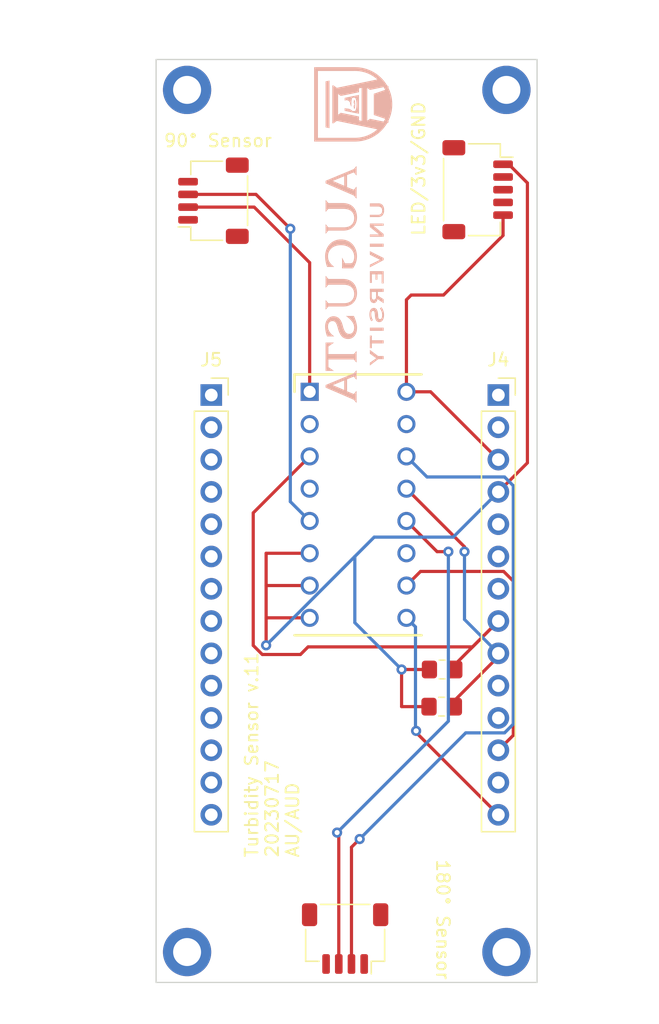
<source format=kicad_pcb>
(kicad_pcb (version 20221018) (generator pcbnew)
  (title_block (title "Turbidity Sensor PCB") (date "2023-12-19") (rev "11") (company "AU/AUD"))
  (layers (0 "F.Cu" signal) (31 "B.Cu" signal) (34 "B.Paste" user) (35 "F.Paste" user) (36 "B.SilkS" user "B.Silkscreen") (37 "F.SilkS" user "F.Silkscreen") (38 "B.Mask" user) (39 "F.Mask" user) (44 "Edge.Cuts" user))
  (net 0 "")
  (net 1 "/GND")
  (net 5 "/3.3V")
  (net 7 "Net-(J2-Pin_2)")
  (net 8 "Net-(J2-Pin_3)")
  (net 11 "Net-(J3-Pin_2)")
  (net 12 "Net-(J3-Pin_3)")
  (net 19 "/SCL")
  (net 20 "/SDA")
  (net 23 "/D8")
  (net 25 "/D6")
  (footprint "Resistor_SMD:R_0805_2012Metric_Pad1.20x1.40mm_HandSolder" (layer "F.Cu") (at 155.051 108.585 180)
    (fp_text reference "R1" hide)
    (fp_text value "5.1 kΩ" hide)
  )
  (footprint "MountingHole:MountingHole_2.2mm_M2_DIN965_Pad" (layer "F.Cu") (at 135.001 127.889)
    (fp_text reference "REF**" hide)
    (fp_text value "MountingHole_2.2mm_M2_DIN965_Pad" hide)
  )
  (footprint "Project:DIPS762W70P254L2032H510Q16N" (layer "F.Cu") (at 144.653 83.82)
    (fp_text reference "IC1" hide)
    (fp_text value "1-2199298-4" hide)
  )
  (footprint "Connector_PinSocket_2.54mm:PinSocket_1x14_P2.54mm_Vertical" (layer "F.Cu") (at 159.512 84.074)
    (fp_text reference "J4")
    (fp_text value "Conn_01x14_Pin" hide)
  )
  (footprint "MountingHole:MountingHole_2.2mm_M2_DIN965_Pad" (layer "F.Cu") (at 160.147 60.071)
    (fp_text reference "REF**" hide)
    (fp_text value "MountingHole_2.2mm_M2_DIN965_Pad" hide)
  )
  (footprint "Connector_JST:JST_SH_SM04B-SRSS-TB_1x04-1MP_P1.00mm_Horizontal" (layer "F.Cu") (at 137.0772 68.7912 90)
    (fp_text reference "J3" hide)
    (fp_text value "JST 90" hide)
  )
  (footprint "Connector_JST:JST_SH_SM05B-SRSS-TB_1x05-1MP_P1.00mm_Horizontal" (layer "F.Cu") (at 157.8818 67.9216 -90)
    (fp_text reference "J1" hide)
    (fp_text value "JST LED" hide)
  )
  (footprint "MountingHole:MountingHole_2.2mm_M2_DIN965_Pad" (layer "F.Cu") (at 135.001 60.071)
    (fp_text reference "REF**" hide)
    (fp_text value "MountingHole_2.2mm_M2_DIN965_Pad" hide)
  )
  (footprint "Connector_JST:JST_SH_SM04B-SRSS-TB_1x04-1MP_P1.00mm_Horizontal" (layer "F.Cu") (at 147.4456 126.8288 180)
    (fp_text reference "J2" hide)
    (fp_text value "JST 180")
  )
  (footprint "Resistor_SMD:R_0805_2012Metric_Pad1.20x1.40mm_HandSolder" (layer "F.Cu") (at 155.083 105.664 180)
    (fp_text reference "R2" hide)
    (fp_text value "5.1 kΩ" hide)
  )
  (footprint "Connector_PinSocket_2.54mm:PinSocket_1x14_P2.54mm_Vertical" (layer "F.Cu") (at 136.906 84.074)
    (fp_text reference "J5")
    (fp_text value "Conn_01x14_Pin" hide)
  )
  (footprint "MountingHole:MountingHole_2.2mm_M2_DIN965_Pad" (layer "F.Cu") (at 160.147 127.889)
    (fp_text reference "REF**" hide)
    (fp_text value "MountingHole_2.2mm_M2_DIN965_Pad" hide)
  )
  (gr_poly (pts (xy 146.212719 63.082488) (xy 146.212719 59.335988) (xy 145.905537 59.399488) (xy 145.905537 63.018988)) (fill solid) (layer "B.SilkS"))
  (gr_poly (pts (xy 148.123275 68.380769) (xy 148.336 68.625244) (xy 148.346319 68.625244) (xy 148.346319 67.683856) (xy 148.336 67.683856) (xy 148.123275 67.927537) (xy 147.597018 67.711637) (xy 147.597018 66.775013) (xy 148.123275 66.559112) (xy 148.336 66.802) (xy 148.346319 66.802) (xy 148.346319 66.060637) (xy 148.336 66.060637) (xy 148.123275 66.298763) (xy 147.373975 66.609696) (xy 147.373975 66.863913) (xy 147.373975 67.610038) (xy 146.484975 67.229832) (xy 147.373975 66.863913) (xy 147.373975 66.609696) (xy 145.906331 67.218718) (xy 145.906331 67.424299)) (fill solid) (layer "B.SilkS"))
  (gr_poly (pts (xy 148.123275 84.446268) (xy 148.336 84.689949) (xy 148.346319 84.689949) (xy 148.346319 83.748561) (xy 148.336 83.748561) (xy 148.123275 83.992244) (xy 147.597018 83.776342) (xy 147.597018 82.838925) (xy 148.123275 82.623025) (xy 148.336 82.866706) (xy 148.346319 82.866706) (xy 148.346319 82.127725) (xy 148.336 82.127725) (xy 148.123275 82.365851) (xy 147.373975 82.676516) (xy 147.373975 82.929413) (xy 147.373975 83.675538) (xy 146.484975 83.295331) (xy 147.373975 82.929413) (xy 147.373975 82.676516) (xy 145.906331 83.285011) (xy 145.906331 83.490592)) (fill solid) (layer "B.SilkS"))
  (gr_poly (pts (xy 150.479125 79.023371) (xy 150.479125 78.771752) (xy 149.393275 78.771752) (xy 149.393275 79.023371)) (fill solid) (layer "B.SilkS"))
  (gr_poly (pts (xy 149.54885 80.390205) (xy 149.54885 80.014761) (xy 150.479125 80.014761) (xy 150.479125 79.765524) (xy 149.54885 79.765524) (xy 149.54885 79.395638) (xy 149.3901 79.395638) (xy 149.3901 80.390205)) (fill solid) (layer "B.SilkS"))
  (gr_poly (pts (xy 148.119181 61.339774) (xy 148.120894 61.366091) (xy 148.122867 61.391276) (xy 148.12511 61.415228) (xy 148.127633 61.437845) (xy 148.130443 61.459025) (xy 148.133552 61.478669) (xy 148.136967 61.496674) (xy 148.140699 61.51294) (xy 148.144756 61.527365) (xy 148.146909 61.533856) (xy 148.149148 61.539849) (xy 148.151472 61.545331) (xy 148.153884 61.550289) (xy 148.156384 61.554712) (xy 148.158974 61.558586) (xy 148.161654 61.561899) (xy 148.164426 61.564637) (xy 148.167291 61.56679) (xy 148.17025 61.568342) (xy 148.173305 61.569283) (xy 148.176456 61.5696) (xy 148.179637 61.569138) (xy 148.182776 61.567768) (xy 148.188916 61.562383) (xy 148.194844 61.553615) (xy 148.200529 61.541633) (xy 148.20594 61.526603) (xy 148.211045 61.508697) (xy 148.215812 61.488081) (xy 148.220212 61.464924) (xy 148.224211 61.439396) (xy 148.227779 61.411664) (xy 148.233494 61.350264) (xy 148.237108 61.282075) (xy 148.238369 61.208444) (xy 148.237978 61.171032) (xy 148.236848 61.134813) (xy 148.235036 61.099953) (xy 148.232601 61.066623) (xy 148.229605 61.03499) (xy 148.226104 61.005224) (xy 148.22216 60.977492) (xy 148.21783 60.951963) (xy 148.213175 60.928807) (xy 148.208254 60.908191) (xy 148.203126 60.890284) (xy 148.19785 60.875255) (xy 148.195176 60.868872) (xy 148.192486 60.863272) (xy 148.189789 60.858476) (xy 148.187093 60.854504) (xy 148.184404 60.851378) (xy 148.18173 60.84912) (xy 148.179078 60.847749) (xy 148.176456 60.847287) (xy 148.173866 60.847604) (xy 148.171306 60.848545) (xy 148.166282 60.85225) (xy 148.1614 60.858301) (xy 148.156674 60.866598) (xy 148.152121 60.877039) (xy 148.147756 60.889522) (xy 148.143592 60.903947) (xy 148.139646 60.920213) (xy 148.135932 60.938219) (xy 148.132466 60.957862) (xy 148.126338 61.00166) (xy 148.121382 61.050796) (xy 148.117719 61.104463) (xy 148.124897 61.108427) (xy 148.131724 61.112841) (xy 148.138183 61.117681) (xy 148.144261 61.122923) (xy 148.149942 61.128543) (xy 148.155212 61.134517) (xy 148.160055 61.140821) (xy 148.164457 61.147431) (xy 148.168403 61.154323) (xy 148.171879 61.161472) (xy 148.174868 61.168856) (xy 148.177358 61.17645) (xy 148.179331 61.184229) (xy 148.180775 61.192171) (xy 148.181674 61.200251) (xy 148.182012 61.208444) (xy 148.181914 61.212553) (xy 148.181674 61.216637) (xy 148.181293 61.220693) (xy 148.180775 61.224717) (xy 148.18012 61.228706) (xy 148.179331 61.232658) (xy 148.17841 61.23657) (xy 148.177358 61.240438) (xy 148.176176 61.244259) (xy 148.174868 61.248032) (xy 148.173435 61.251751) (xy 148.171879 61.255415) (xy 148.170201 61.259021) (xy 148.168403 61.262565) (xy 148.166488 61.266045) (xy 148.164457 61.269457) (xy 148.162312 61.272798) (xy 148.160055 61.276066) (xy 148.157688 61.279258) (xy 148.155212 61.28237) (xy 148.152629 61.2854) (xy 148.149942 61.288344) (xy 148.147152 61.2912) (xy 148.144261 61.293964) (xy 148.141271 61.296634) (xy 148.138183 61.299206) (xy 148.135 61.301678) (xy 148.131724 61.304046) (xy 148.128355 61.306308) (xy 148.124897 61.308461) (xy 148.121351 61.3105) (xy 148.117719 61.312425)) (fill solid) (layer "B.SilkS"))
  (gr_poly (pts (xy 149.356706 77.792646) (xy 149.358726 77.828782) (xy 149.362097 77.864753) (xy 149.366811 77.900522) (xy 149.372857 77.936053) (xy 149.380225 77.971308) (xy 149.388905 78.006251) (xy 149.398888 78.040844) (xy 149.410163 78.07505) (xy 149.422721 78.108833) (xy 149.436551 78.142156) (xy 149.451644 78.174981) (xy 149.46799 78.207271) (xy 149.485578 78.23899) (xy 149.504399 78.2701) (xy 149.634575 78.178817) (xy 149.619617 78.152471) (xy 149.605559 78.125698) (xy 149.592406 78.098524) (xy 149.580165 78.07097) (xy 149.568843 78.043061) (xy 149.558446 78.014819) (xy 149.54898 77.986267) (xy 149.540453 77.95743) (xy 149.53287 77.928331) (xy 149.526238 77.898992) (xy 149.520564 77.869437) (xy 149.515853 77.839689) (xy 149.512113 77.809772) (xy 149.50935 77.779708) (xy 149.507571 77.749522) (xy 149.506781 77.719236) (xy 149.507017 77.697197) (xy 149.507812 77.674709) (xy 149.509298 77.65203) (xy 149.511606 77.629419) (xy 149.514867 77.607133) (xy 149.519213 77.585431) (xy 149.524775 77.56457) (xy 149.531685 77.54481) (xy 149.540074 77.526408) (xy 149.544864 77.517796) (xy 149.550073 77.509621) (xy 149.555717 77.501915) (xy 149.561814 77.49471) (xy 149.568379 77.488037) (xy 149.575428 77.48193) (xy 149.582978 77.476421) (xy 149.591047 77.471541) (xy 149.599649 77.467324) (xy 149.608801 77.463801) (xy 149.61852 77.461005) (xy 149.628823 77.458968) (xy 149.639725 77.457722) (xy 149.651243 77.457299) (xy 149.662708 77.45791) (xy 149.673453 77.459711) (xy 149.683505 77.462654) (xy 149.692891 77.466693) (xy 149.701634 77.471779) (xy 149.709761 77.477867) (xy 149.717297 77.484909) (xy 149.724269 77.492857) (xy 149.7307 77.501664) (xy 149.736618 77.511284) (xy 149.742048 77.521668) (xy 149.747014 77.532769) (xy 149.751544 77.544541) (xy 149.755662 77.556936) (xy 149.759394 77.569907) (xy 149.762765 77.583407) (xy 149.768529 77.611803) (xy 149.773159 77.641746) (xy 149.776858 77.672859) (xy 149.779831 77.704764) (xy 149.788562 77.832743) (xy 149.791888 77.87442) (xy 149.796379 77.917242) (xy 149.802288 77.96068) (xy 149.809869 78.004205) (xy 149.819376 78.047288) (xy 149.831062 78.089401) (xy 149.84518 78.130014) (xy 149.861984 78.168598) (xy 149.881727 78.204623) (xy 149.89278 78.221512) (xy 149.904663 78.237562) (xy 149.917408 78.252709) (xy 149.931046 78.266885) (xy 149.945609 78.280025) (xy 149.961128 78.292063) (xy 149.977636 78.302932) (xy 149.995164 78.312566) (xy 150.013743 78.3209) (xy 150.033406 78.327867) (xy 150.054184 78.3334) (xy 150.076108 78.337435) (xy 150.099211 78.339904) (xy 150.123525 78.340742) (xy 150.15061 78.339844) (xy 150.176517 78.337195) (xy 150.201265 78.332863) (xy 150.224876 78.326915) (xy 150.247372 78.319419) (xy 150.268771 78.310442) (xy 150.289097 78.300052) (xy 150.308369 78.288317) (xy 150.326609 78.275304) (xy 150.343837 78.261081) (xy 150.360074 78.245715) (xy 150.375342 78.229274) (xy 150.389661 78.211826) (xy 150.403052 78.193437) (xy 150.415536 78.174177) (xy 150.427134 78.154111) (xy 150.437867 78.133309) (xy 150.447756 78.111837) (xy 150.456822 78.089763) (xy 150.465085 78.067154) (xy 150.472567 78.044079) (xy 150.479289 78.020604) (xy 150.490535 77.972727) (xy 150.49899 77.924065) (xy 150.504822 77.875157) (xy 150.508199 77.826545) (xy 150.509287 77.778768) (xy 150.509207 77.737246) (xy 150.507385 77.695893) (xy 150.50384 77.654762) (xy 150.498586 77.613904) (xy 150.491642 77.57337) (xy 150.483024 77.533212) (xy 150.472749 77.493481) (xy 150.460834 77.454228) (xy 150.447294 77.415506) (xy 150.432148 77.377365) (xy 150.415412 77.339857) (xy 150.397103 77.303034) (xy 150.377237 77.266946) (xy 150.355831 77.231645) (xy 150.332903 77.197183) (xy 150.308469 77.163611) (xy 150.180675 77.26918) (xy 150.201832 77.296214) (xy 150.221736 77.324043) (xy 150.240373 77.352624) (xy 150.257725 77.381912) (xy 150.273778 77.411863) (xy 150.288515 77.442433) (xy 150.301921 77.473578) (xy 150.31398 77.505252) (xy 150.324676 77.537412) (xy 150.333994 77.570014) (xy 150.341916 77.603013) (xy 150.348429 77.636365) (xy 150.353516 77.670026) (xy 150.357161 77.703951) (xy 150.359348 77.738096) (xy 150.360063 77.772417) (xy 150.359619 77.806698) (xy 150.358227 77.839796) (xy 150.355793 77.871568) (xy 150.352224 77.901872) (xy 150.347428 77.930568) (xy 150.34131 77.957512) (xy 150.333779 77.982564) (xy 150.32474 78.005581) (xy 150.314102 78.026421) (xy 150.308154 78.03598) (xy 150.301771 78.044942) (xy 150.294942 78.053289) (xy 150.287654 78.061004) (xy 150.279897 78.068067) (xy 150.271658 78.074463) (xy 150.262927 78.080172) (xy 150.253691 78.085178) (xy 150.243938 78.089462) (xy 150.233658 78.093007) (xy 150.222838 78.095795) (xy 150.211467 78.097809) (xy 150.199533 78.09903) (xy 150.187025 78.099441) (xy 150.174619 78.09894) (xy 150.162982 78.097458) (xy 150.152089 78.09503) (xy 150.141913 78.091688) (xy 150.132428 78.087467) (xy 150.123608 78.0824) (xy 150.115428 78.07652) (xy 150.107861 78.069861) (xy 150.100881 78.062458) (xy 150.094462 78.054342) (xy 150.088578 78.045548) (xy 150.083203 78.03611) (xy 150.078312 78.026061) (xy 150.073877 78.015434) (xy 150.069874 78.004263) (xy 150.066276 77.992583) (xy 150.063056 77.980425) (xy 150.06019 77.967824) (xy 150.057651 77.954814) (xy 150.055413 77.941428) (xy 150.051735 77.913661) (xy 150.04895 77.884794) (xy 150.046847 77.855094) (xy 150.045221 77.82483) (xy 150.042562 77.763685) (xy 150.039971 77.720543) (xy 150.035933 77.67576) (xy 150.030249 77.629947) (xy 150.022718 77.583715) (xy 150.013142 77.537673) (xy 150.001318 77.492432) (xy 149.987049 77.448603) (xy 149.970133 77.406796) (xy 149.95037 77.367621) (xy 149.939359 77.349211) (xy 149.927561 77.331689) (xy 149.914952 77.31513) (xy 149.901506 77.29961) (xy 149.887199 77.285206) (xy 149.872005 77.271995) (xy 149.8559 77.260052) (xy 149.838858 77.249454) (xy 149.820854 77.240277) (xy 149.801864 77.232597) (xy 149.781862 77.226492) (xy 149.760824 77.222036) (xy 149.738724 77.219307) (xy 149.715537 77.21838) (xy 149.690624 77.219152) (xy 149.666772 77.221432) (xy 149.643964 77.225166) (xy 149.622182 77.230298) (xy 149.601407 77.236775) (xy 149.581623 77.244541) (xy 149.562812 77.253542) (xy 149.544955 77.263723) (xy 149.528036 77.275029) (xy 149.512036 77.287407) (xy 149.496938 77.3008) (xy 149.482724 77.315156) (xy 149.469376 77.330418) (xy 149.456876 77.346532) (xy 149.445207 77.363444) (xy 149.434351 77.381099) (xy 149.424291 77.399442) (xy 149.415008 77.418419) (xy 149.406485 77.437975) (xy 149.398704 77.458056) (xy 149.391647 77.478606) (xy 149.385297 77.499571) (xy 149.379636 77.520897) (xy 149.374647 77.542528) (xy 149.366609 77.58649) (xy 149.361044 77.631019) (xy 149.357809 77.675678) (xy 149.356762 77.72003) (xy 149.356048 77.756384)) (fill solid) (layer "B.SilkS"))
  (gr_poly (pts (xy 150.038593 69.24675) (xy 150.072036 69.247856) (xy 150.1044 69.251201) (xy 150.135536 69.256833) (xy 150.150597 69.26052) (xy 150.165296 69.264796) (xy 150.179613 69.269666) (xy 150.19353 69.275135) (xy 150.207028 69.28121) (xy 150.220089 69.287897) (xy 150.232695 69.2952) (xy 150.244826 69.303125) (xy 150.256464 69.311679) (xy 150.26759 69.320867) (xy 150.278187 69.330694) (xy 150.288234 69.341166) (xy 150.297714 69.352289) (xy 150.306608 69.364068) (xy 150.314898 69.37651) (xy 150.322564 69.38962) (xy 150.329588 69.403403) (xy 150.335952 69.417865) (xy 150.341637 69.433012) (xy 150.346624 69.44885) (xy 150.350896 69.465383) (xy 150.354432 69.482619) (xy 150.357215 69.500562) (xy 150.359225 69.519219) (xy 150.360445 69.538594) (xy 150.360856 69.558693) (xy 150.360452 69.581164) (xy 150.35925 69.602743) (xy 150.357267 69.623444) (xy 150.35452 69.643277) (xy 150.351025 69.662255) (xy 150.346797 69.680388) (xy 150.341854 69.697689) (xy 150.336213 69.714169) (xy 150.329889 69.72984) (xy 150.322898 69.744713) (xy 150.315258 69.7588) (xy 150.306985 69.772113) (xy 150.298095 69.784662) (xy 150.288605 69.796461) (xy 150.27853 69.807521) (xy 150.267888 69.817852) (xy 150.256695 69.827468) (xy 150.244967 69.836378) (xy 150.232721 69.844596) (xy 150.219973 69.852132) (xy 150.20674 69.858999) (xy 150.193038 69.865207) (xy 150.178883 69.870769) (xy 150.164292 69.875697) (xy 150.149281 69.880001) (xy 150.133867 69.883693) (xy 150.101894 69.88929) (xy 150.068505 69.892579) (xy 150.033831 69.893655) (xy 149.393275 69.893655) (xy 149.393275 70.074631) (xy 150.055262 70.074631) (xy 150.07805 70.075619) (xy 150.100733 70.075344) (xy 150.123263 70.073826) (xy 150.145593 70.071083) (xy 150.167676 70.067132) (xy 150.189464 70.061992) (xy 150.21091 70.055681) (xy 150.231967 70.048218) (xy 150.252586 70.039621) (xy 150.272721 70.029907) (xy 150.292324 70.019097) (xy 150.311347 70.007206) (xy 150.329744 69.994255) (xy 150.347466 69.980261) (xy 150.364467 69.965243) (xy 150.380699 69.949219) (xy 150.398219 69.927389) (xy 150.41459 69.904829) (xy 150.429799 69.881586) (xy 150.443828 69.857705) (xy 150.456665 69.833232) (xy 150.468294 69.808213) (xy 150.478699 69.782693) (xy 150.487867 69.756718) (xy 150.495781 69.730335) (xy 150.502428 69.703589) (xy 150.507792 69.676526) (xy 150.511857 69.649192) (xy 150.514611 69.621631) (xy 150.516036 69.593892) (xy 150.516119 69.566018) (xy 150.514844 69.538056) (xy 150.516298 69.509973) (xy 150.516455 69.481958) (xy 150.515326 69.454055) (xy 150.512924 69.426304) (xy 150.509262 69.398749) (xy 150.504353 69.371431) (xy 150.498209 69.344392) (xy 150.490843 69.317674) (xy 150.482267 69.291319) (xy 150.472495 69.26537) (xy 150.461538 69.239869) (xy 150.449409 69.214857) (xy 150.436121 69.190376) (xy 150.421687 69.166469) (xy 150.40612 69.143178) (xy 150.389431 69.120544) (xy 150.373094 69.103743) (xy 150.355892 69.088052) (xy 150.337882 69.073492) (xy 150.319119 69.060083) (xy 150.299662 69.047848) (xy 150.279567 69.036806) (xy 150.258891 69.02698) (xy 150.237691 69.01839) (xy 150.216024 69.011058) (xy 150.193946 69.005004) (xy 150.171516 69.00025) (xy 150.148789 68.996817) (xy 150.125823 68.994727) (xy 150.102674 68.993999) (xy 150.079399 68.994656) (xy 150.056056 68.996719) (xy 149.393275 68.996719) (xy 149.393275 69.24675)) (fill solid) (layer "B.SilkS"))
  (gr_poly (pts (xy 150.479125 72.416987) (xy 150.479125 72.165369) (xy 149.393275 72.165369) (xy 149.393275 72.416987)) (fill solid) (layer "B.SilkS"))
  (gr_poly (pts (xy 145.87023 73.218805) (xy 145.872594 73.272035) (xy 145.876114 73.325163) (xy 145.880784 73.378172) (xy 145.886603 73.431041) (xy 145.893567 73.483753) (xy 145.901672 73.536289) (xy 145.910914 73.58863) (xy 145.921291 73.640759) (xy 145.932798 73.692656) (xy 145.945433 73.744302) (xy 145.959192 73.795681) (xy 145.97407 73.846772) (xy 145.990066 73.897557) (xy 146.007175 73.948018) (xy 146.025394 73.998136) (xy 146.025394 73.998137) (xy 146.581019 73.998137) (xy 146.581019 73.987818) (xy 146.509524 73.931369) (xy 146.445128 73.875708) (xy 146.387487 73.820803) (xy 146.336258 73.766622) (xy 146.291099 73.713134) (xy 146.251667 73.660307) (xy 146.217617 73.608111) (xy 146.188608 73.556514) (xy 146.164297 73.505484) (xy 146.14434 73.45499) (xy 146.128394 73.405) (xy 146.116117 73.355484) (xy 146.107165 73.30641) (xy 146.101195 73.257746) (xy 146.097865 73.209461) (xy 146.096831 73.161524) (xy 146.098049 73.112997) (xy 146.101671 73.065517) (xy 146.107651 73.019115) (xy 146.115942 72.973825) (xy 146.126497 72.929678) (xy 146.13927 72.886707) (xy 146.154214 72.844945) (xy 146.171282 72.804423) (xy 146.190429 72.765175) (xy 146.211606 72.727232) (xy 146.234768 72.690627) (xy 146.259868 72.655392) (xy 146.286859 72.62156) (xy 146.315694 72.589164) (xy 146.346327 72.558235) (xy 146.378712 72.528806) (xy 146.412801 72.50091) (xy 146.448547 72.474578) (xy 146.485906 72.449844) (xy 146.524828 72.426739) (xy 146.565269 72.405297) (xy 146.607181 72.385549) (xy 146.650517 72.367528) (xy 146.695232 72.351266) (xy 146.741278 72.336797) (xy 146.788608 72.324151) (xy 146.837177 72.313362) (xy 146.886936 72.304462) (xy 146.937841 72.297483) (xy 146.989843 72.292458) (xy 147.042897 72.289419) (xy 147.096956 72.288399) (xy 147.1422 72.288399) (xy 147.198194 72.289553) (xy 147.25304 72.292982) (xy 147.306697 72.298635) (xy 147.359123 72.306461) (xy 147.410277 72.31641) (xy 147.460118 72.328431) (xy 147.508604 72.342473) (xy 147.555694 72.358485) (xy 147.601347 72.376416) (xy 147.645522 72.396217) (xy 147.688177 72.417836) (xy 147.729271 72.441222) (xy 147.768763 72.466325) (xy 147.806611 72.493094) (xy 147.842775 72.521479) (xy 147.877212 72.551428) (xy 147.909883 72.582891) (xy 147.940744 72.615817) (xy 147.969756 72.650155) (xy 147.996876 72.685855) (xy 148.022064 72.722866) (xy 148.045279 72.761138) (xy 148.066478 72.800619) (xy 148.085621 72.841258) (xy 148.102667 72.883006) (xy 148.117574 72.925811) (xy 148.1303 72.969623) (xy 148.140806 73.01439) (xy 148.149048 73.060063) (xy 148.154987 73.10659) (xy 148.15858 73.153921) (xy 148.159787 73.202005) (xy 148.159924 73.224705) (xy 148.159449 73.247371) (xy 148.158365 73.269991) (xy 148.156674 73.292554) (xy 148.154379 73.315048) (xy 148.151483 73.337459) (xy 148.147986 73.359777) (xy 148.143893 73.381989) (xy 148.139205 73.404083) (xy 148.133925 73.426047) (xy 148.128054 73.447869) (xy 148.121596 73.469538) (xy 148.114553 73.49104) (xy 148.106928 73.512364) (xy 148.098721 73.533498) (xy 148.089937 73.55443) (xy 148.080496 73.575703) (xy 148.075595 73.585673) (xy 148.070555 73.595208) (xy 148.065363 73.604314) (xy 148.060005 73.612998) (xy 148.054468 73.621268) (xy 148.048737 73.62913) (xy 148.042799 73.63659) (xy 148.03664 73.643656) (xy 148.030247 73.650335) (xy 148.023606 73.656633) (xy 148.016704 73.662558) (xy 148.009526 73.668115) (xy 148.00206 73.673312) (xy 147.99429 73.678156) (xy 147.986205 73.682654) (xy 147.977789 73.686811) (xy 147.96903 73.690636) (xy 147.959914 73.694135) (xy 147.950427 73.697315) (xy 147.940555 73.700182) (xy 147.930285 73.702744) (xy 147.919603 73.705007) (xy 147.908496 73.706979) (xy 147.896949 73.708665) (xy 147.88495 73.710073) (xy 147.872484 73.71121) (xy 147.846097 73.712697) (xy 147.817681 73.71318) (xy 147.433506 73.71318) (xy 147.213637 73.270268) (xy 147.203319 73.270268) (xy 147.203319 74.110055) (xy 148.060569 74.110055) (xy 148.097193 74.058684) (xy 148.131688 74.006062) (xy 148.164029 73.952257) (xy 148.194193 73.897337) (xy 148.222158 73.841369) (xy 148.247901 73.784419) (xy 148.271399 73.726557) (xy 148.292629 73.667848) (xy 148.311568 73.608361) (xy 148.328193 73.548163) (xy 148.342481 73.48732) (xy 148.354409 73.425902) (xy 148.363955 73.363974) (xy 148.371096 73.301605) (xy 148.375808 73.238862) (xy 148.378069 73.175813) (xy 148.376715 73.108481) (xy 148.372671 73.041836) (xy 148.365964 72.975972) (xy 148.356619 72.910983) (xy 148.344662 72.846967) (xy 148.33012 72.784017) (xy 148.313019 72.722229) (xy 148.293385 72.661697) (xy 148.271245 72.602519) (xy 148.246623 72.544787) (xy 148.219547 72.488598) (xy 148.190043 72.434048) (xy 148.158136 72.38123) (xy 148.123854 72.33024) (xy 148.087221 72.281174) (xy 148.048265 72.234126) (xy 148.007012 72.189192) (xy 147.963487 72.146468) (xy 147.917717 72.106047) (xy 147.869727 72.068026) (xy 147.819545 72.0325) (xy 147.767196 71.999563) (xy 147.712707 71.969311) (xy 147.656103 71.94184) (xy 147.597411 71.917244) (xy 147.536657 71.895618) (xy 147.473867 71.877059) (xy 147.409067 71.86166) (xy 147.342284 71.849518) (xy 147.273543 71.840727) (xy 147.202871 71.835382) (xy 147.130293 71.83358) (xy 147.099337 71.83358) (xy 147.029534 71.835402) (xy 146.961385 71.840803) (xy 146.894929 71.84968) (xy 146.830202 71.861933) (xy 146.76724 71.877461) (xy 146.70608 71.896163) (xy 146.64676 71.917937) (xy 146.589316 71.942683) (xy 146.533784 71.9703) (xy 146.480202 72.000687) (xy 146.428606 72.033742) (xy 146.379032 72.069365) (xy 146.331519 72.107455) (xy 146.286102 72.147911) (xy 146.242819 72.190631) (xy 146.201705 72.235515) (xy 146.162799 72.282461) (xy 146.126136 72.33137) (xy 146.091753 72.382138) (xy 146.059688 72.434667) (xy 146.029976 72.488854) (xy 146.002655 72.544599) (xy 145.977762 72.6018) (xy 145.955333 72.660357) (xy 145.935405 72.720168) (xy 145.918014 72.781133) (xy 145.903198 72.843151) (xy 145.890994 72.90612) (xy 145.881438 72.969939) (xy 145.874566 73.034509) (xy 145.870416 73.099726) (xy 145.869025 73.165491)) (fill solid) (layer "B.SilkS"))
  (gr_poly (pts (xy 150.10765 71.441467) (xy 149.393275 71.441467) (xy 149.393275 71.622443) (xy 150.479125 71.622443) (xy 150.479125 71.407338) (xy 149.685375 70.762018) (xy 150.479125 70.762018) (xy 150.479125 70.581043) (xy 149.393275 70.581043) (xy 149.393275 70.861237)) (fill solid) (layer "B.SilkS"))
  (gr_poly (pts (xy 145.870051 78.741956) (xy 145.872954 78.791443) (xy 145.876937 78.84082) (xy 145.881997 78.890068) (xy 145.88813 78.93917) (xy 145.895332 78.988109) (xy 145.903601 79.036868) (xy 145.912931 79.085428) (xy 145.92332 79.133774) (xy 145.934765 79.181886) (xy 145.947261 79.229748) (xy 145.960805 79.277342) (xy 145.975394 79.324651) (xy 145.991024 79.371658) (xy 146.007692 79.418344) (xy 146.025394 79.464694) (xy 146.581019 79.464694) (xy 146.581019 79.454373) (xy 146.525613 79.414422) (xy 146.473159 79.373184) (xy 146.423741 79.330714) (xy 146.377447 79.287065) (xy 146.334361 79.242291) (xy 146.294571 79.196445) (xy 146.258162 79.14958) (xy 146.22522 79.10175) (xy 146.195832 79.053008) (xy 146.170082 79.003409) (xy 146.148059 78.953004) (xy 146.138471 78.927517) (xy 146.129846 78.901849) (xy 146.122196 78.876007) (xy 146.115531 78.849996) (xy 146.109862 78.823825) (xy 146.1052 78.797499) (xy 146.101555 78.771026) (xy 146.098938 78.744412) (xy 146.09736 78.717663) (xy 146.096831 78.690787) (xy 146.097396 78.660704) (xy 146.09906 78.631906) (xy 146.101778 78.604371) (xy 146.105507 78.578079) (xy 146.1102 78.553006) (xy 146.115814 78.529133) (xy 146.122303 78.506436) (xy 146.129623 78.484895) (xy 146.137729 78.464487) (xy 146.146576 78.445192) (xy 146.15612 78.426986) (xy 146.166315 78.40985) (xy 146.177118 78.39376) (xy 146.188482 78.378696) (xy 146.200364 78.364636) (xy 146.212719 78.351557) (xy 146.225501 78.33944) (xy 146.238667 78.32826) (xy 146.252171 78.317998) (xy 146.265968 78.308632) (xy 146.294265 78.292498) (xy 146.323199 78.279686) (xy 146.352412 78.270023) (xy 146.381546 78.263336) (xy 146.410242 78.25945) (xy 146.438144 78.258193) (xy 146.455606 78.258193) (xy 146.477489 78.258834) (xy 146.498507 78.260745) (xy 146.518691 78.263905) (xy 146.538068 78.268297) (xy 146.556668 78.2739) (xy 146.574519 78.280697) (xy 146.591651 78.288668) (xy 146.608093 78.297794) (xy 146.623873 78.308056) (xy 146.63902 78.319435) (xy 146.653564 78.331911) (xy 146.667533 78.345467) (xy 146.680956 78.360082) (xy 146.693862 78.375739) (xy 146.706279 78.392417) (xy 146.718238 78.410097) (xy 146.729767 78.428761) (xy 146.740894 78.44839) (xy 146.751649 78.468965) (xy 146.76206 78.490466) (xy 146.781969 78.536171) (xy 146.80085 78.585354) (xy 146.818936 78.637863) (xy 146.836459 78.693545) (xy 146.853649 78.752247) (xy 146.870737 78.813818) (xy 146.8985 78.912976) (xy 146.928346 79.006486) (xy 146.960481 79.094246) (xy 146.995108 79.176152) (xy 147.032433 79.252099) (xy 147.07266 79.321986) (xy 147.115994 79.385707) (xy 147.162639 79.443161) (xy 147.187267 79.469505) (xy 147.2128 79.494243) (xy 147.239263 79.517362) (xy 147.266682 79.538849) (xy 147.295082 79.558692) (xy 147.32449 79.576877) (xy 147.354929 79.593392) (xy 147.386427 79.608223) (xy 147.419008 79.621358) (xy 147.452699 79.632784) (xy 147.487524 79.642487) (xy 147.52351 79.650455) (xy 147.560682 79.656674) (xy 147.599065 79.661133) (xy 147.638686 79.663818) (xy 147.679569 79.664716) (xy 147.701 79.664716) (xy 147.734875 79.663787) (xy 147.768453 79.661008) (xy 147.801683 79.656388) (xy 147.834513 79.649937) (xy 147.866892 79.641664) (xy 147.89877 79.63158) (xy 147.930095 79.619694) (xy 147.960817 79.606016) (xy 147.990884 79.590555) (xy 148.020245 79.573322) (xy 148.04885 79.554325) (xy 148.076647 79.533576) (xy 148.103585 79.511082) (xy 148.129614 79.486856) (xy 148.154682 79.460905) (xy 148.178738 79.43324) (xy 148.201732 79.40387) (xy 148.223612 79.372805) (xy 148.244327 79.340056) (xy 148.263826 79.305631) (xy 148.282058 79.26954) (xy 148.298973 79.231794) (xy 148.314519 79.192401) (xy 148.328645 79.151372) (xy 148.341301 79.108717) (xy 148.352434 79.064445) (xy 148.361994 79.018565) (xy 148.369931 78.971088) (xy 148.376193 78.922023) (xy 148.380729 78.87138) (xy 148.383488 78.81917) (xy 148.384419 78.7654) (xy 148.382937 78.710352) (xy 148.378628 78.653999) (xy 148.371699 78.596563) (xy 148.362355 78.538264) (xy 148.350801 78.479323) (xy 148.337245 78.419961) (xy 148.32189 78.360399) (xy 148.304944 78.300858) (xy 148.2671 78.182723) (xy 148.225359 78.067322) (xy 148.181366 77.956423) (xy 148.136769 77.851793) (xy 147.520819 77.851793) (xy 147.520819 77.862113) (xy 147.591652 77.915066) (xy 147.659088 77.968023) (xy 147.722963 78.021082) (xy 147.783116 78.074341) (xy 147.839385 78.127899) (xy 147.89161 78.181851) (xy 147.939628 78.236297) (xy 147.983277 78.291333) (xy 148.022397 78.347058) (xy 148.056825 78.403569) (xy 148.086399 78.460963) (xy 148.099316 78.490022) (xy 148.110959 78.519339) (xy 148.121308 78.548925) (xy 148.130343 78.578793) (xy 148.138043 78.608956) (xy 148.144388 78.639425) (xy 148.149359 78.670212) (xy 148.152934 78.701331) (xy 148.155094 78.732792) (xy 148.155819 78.764608) (xy 148.155323 78.794871) (xy 148.153853 78.824193) (xy 148.151433 78.852574) (xy 148.14809 78.88001) (xy 148.143849 78.906502) (xy 148.138735 78.932048) (xy 148.132774 78.956647) (xy 148.125991 78.980297) (xy 148.118411 79.002997) (xy 148.110061 79.024746) (xy 148.100964 79.045542) (xy 148.091148 79.065384) (xy 148.080637 79.084272) (xy 148.069457 79.102202) (xy 148.057632 79.119175) (xy 148.04519 79.135189) (xy 148.032154 79.150242) (xy 148.018551 79.164334) (xy 148.004405 79.177463) (xy 147.989743 79.189627) (xy 147.97459 79.200826) (xy 147.958971 79.211058) (xy 147.942912 79.220321) (xy 147.926437 79.228615) (xy 147.909573 79.235938) (xy 147.892345 79.242289) (xy 147.874779 79.247667) (xy 147.856899 79.25207) (xy 147.838731 79.255496) (xy 147.820301 79.257945) (xy 147.782756 79.259906) (xy 147.765293 79.259906) (xy 147.737702 79.259064) (xy 147.711163 79.25656) (xy 147.685646 79.252432) (xy 147.661121 79.246716) (xy 147.637558 79.23945) (xy 147.614924 79.230668) (xy 147.59319 79.220409) (xy 147.572325 79.208709) (xy 147.552299 79.195605) (xy 147.53308 79.181132) (xy 147.514638 79.165328) (xy 147.496942 79.148229) (xy 147.479962 79.129873) (xy 147.463667 79.110294) (xy 147.448027 79.089531) (xy 147.43301 79.06762) (xy 147.418586 79.044598) (xy 147.404724 79.0205) (xy 147.391394 78.995364) (xy 147.378565 78.969226) (xy 147.354287 78.914092) (xy 147.331645 78.855391) (xy 147.310394 78.793416) (xy 147.290288 78.728459) (xy 147.271082 78.660815) (xy 147.252531 78.590775) (xy 147.228342 78.505707) (xy 147.201598 78.42585) (xy 147.172272 78.351241) (xy 147.140339 78.281919) (xy 147.105774 78.217923) (xy 147.068552 78.15929) (xy 147.028645 78.106059) (xy 146.986029 78.058268) (xy 146.963698 78.036425) (xy 146.940679 78.015956) (xy 146.91697 77.996867) (xy 146.892568 77.979161) (xy 146.86747 77.962845) (xy 146.841672 77.947922) (xy 146.815171 77.934398) (xy 146.787964 77.922276) (xy 146.760048 77.911563) (xy 146.731419 77.902263) (xy 146.702075 77.894381) (xy 146.672011 77.88792) (xy 146.641226 77.882887) (xy 146.609716 77.879287) (xy 146.577477 77.877123) (xy 146.544506 77.8764) (xy 146.5199 77.8764) (xy 146.488001 77.877326) (xy 146.456335 77.880088) (xy 146.424952 77.884659) (xy 146.393904 77.891016) (xy 146.363243 77.899134) (xy 146.333018 77.908987) (xy 146.303282 77.92055) (xy 146.274085 77.933798) (xy 146.245479 77.948707) (xy 146.217515 77.965251) (xy 146.190244 77.983406) (xy 146.163717 78.003146) (xy 146.137985 78.024446) (xy 146.1131 78.047282) (xy 146.089112 78.071628) (xy 146.066073 78.09746) (xy 146.044034 78.124752) (xy 146.023046 78.153479) (xy 146.003161 78.183616) (xy 145.984429 78.215139) (xy 145.966901 78.248023) (xy 145.950629 78.282241) (xy 145.935664 78.317771) (xy 145.922057 78.354585) (xy 145.90986 78.39266) (xy 145.899122 78.43197) (xy 145.889896 78.472491) (xy 145.882233 78.514197) (xy 145.876184 78.557064) (xy 145.8718 78.601065) (xy 145.869132 78.646178) (xy 145.868231 78.692375)) (fill solid) (layer "B.SilkS"))
  (gr_poly (pts (xy 148.230431 64.134206) (xy 148.329954 64.132563) (xy 148.428917 64.127573) (xy 148.52725 64.11928) (xy 148.624883 64.107723) (xy 148.721746 64.092943) (xy 148.81777 64.074983) (xy 148.912885 64.053882) (xy 149.00702 64.029682) (xy 149.100107 64.002425) (xy 149.192075 63.97215) (xy 149.282854 63.9389) (xy 149.372376 63.902716) (xy 149.460569 63.863638) (xy 149.547364 63.821708) (xy 149.632692 63.776966) (xy 149.716482 63.729455) (xy 149.798665 63.679214) (xy 149.879171 63.626286) (xy 149.95793 63.57071) (xy 150.034872 63.512529) (xy 150.109927 63.451784) (xy 150.183027 63.388515) (xy 150.2541 63.322764) (xy 150.323078 63.254571) (xy 150.389889 63.183979) (xy 150.454466 63.111027) (xy 150.516737 63.035758) (xy 150.576632 62.958212) (xy 150.634083 62.87843) (xy 150.68902 62.796454) (xy 150.741371 62.712324) (xy 150.791069 62.626082) (xy 150.820438 62.572106) (xy 150.8995 62.410153) (xy 150.968021 62.244778) (xy 151.026 62.07647) (xy 151.073438 61.905718) (xy 151.110334 61.733011) (xy 151.136688 61.558838) (xy 151.1525 61.383687) (xy 151.157771 61.208047) (xy 151.1525 61.032407) (xy 151.136688 60.857256) (xy 151.110334 60.683083) (xy 151.073438 60.510376) (xy 151.026 60.339624) (xy 150.968021 60.171316) (xy 150.8995 60.005941) (xy 150.820438 59.843988) (xy 150.791069 59.790013) (xy 150.791028 59.789941) (xy 150.790989 59.789869) (xy 150.68893 59.619503) (xy 150.576534 59.457751) (xy 150.479919 59.33691) (xy 150.479919 59.854307) (xy 150.495633 59.880587) (xy 150.511024 59.907041) (xy 150.526093 59.933669) (xy 150.540839 59.960471) (xy 150.555263 59.987446) (xy 150.569365 60.014595) (xy 150.583143 60.041917) (xy 150.5966 60.069413) (xy 149.702044 60.372625) (xy 149.702044 62.04585) (xy 150.5966 62.347475) (xy 150.5966 62.348269) (xy 150.583131 62.375951) (xy 150.569315 62.403435) (xy 150.555151 62.43072) (xy 150.54064 62.457807) (xy 150.525782 62.484695) (xy 150.510577 62.511385) (xy 150.495024 62.537876) (xy 150.479125 62.564169) (xy 149.395656 62.342713) (xy 149.190868 62.4967) (xy 149.190868 59.921775) (xy 149.395656 60.075763) (xy 150.479919 59.854307) (xy 150.479919 59.33691) (xy 150.454359 59.304942) (xy 150.322965 59.161405) (xy 150.182909 59.02747) (xy 150.034751 58.903463) (xy 149.879048 58.789716) (xy 149.716361 58.686556) (xy 149.547246 58.594312) (xy 149.372264 58.513314) (xy 149.191973 58.44389) (xy 149.006931 58.386368) (xy 148.817697 58.341078) (xy 148.62483 58.308349) (xy 148.428888 58.288509) (xy 148.230431 58.281888) (xy 145.303081 58.281888) (xy 145.303081 58.582719) (xy 148.229637 58.582719) (xy 148.350107 58.585394) (xy 148.469879 58.593564) (xy 148.588778 58.607164) (xy 148.706631 58.626127) (xy 148.823263 58.650387) (xy 148.9385 58.679877) (xy 149.052168 58.714532) (xy 149.164094 58.754284) (xy 149.274104 58.799069) (xy 149.382022 58.848819) (xy 149.487676 58.903468) (xy 149.590891 58.96295) (xy 149.691494 59.027198) (xy 149.78931 59.096148) (xy 149.884166 59.169731) (xy 149.975887 59.247882) (xy 148.741606 59.503781) (xy 148.741606 59.909869) (xy 148.741606 62.507813) (xy 148.535231 62.465744) (xy 148.535231 62.161738) (xy 147.099337 61.869638) (xy 146.891375 62.024419) (xy 146.891375 60.393263) (xy 147.09775 60.548838) (xy 148.535231 60.255944) (xy 148.535231 59.951938) (xy 148.741606 59.909869) (xy 148.741606 59.503781) (xy 146.790569 59.908282) (xy 146.541331 59.720163) (xy 146.438937 59.720163) (xy 146.438937 62.698313) (xy 146.541331 62.698313) (xy 146.790569 62.510194) (xy 149.976712 63.172947) (xy 149.884993 63.251099) (xy 149.790138 63.324684) (xy 149.692323 63.393635) (xy 149.591721 63.457885) (xy 149.488506 63.517369) (xy 149.382852 63.57202) (xy 149.274933 63.621771) (xy 149.164923 63.666557) (xy 149.052995 63.706312) (xy 148.939325 63.740968) (xy 148.824085 63.77046) (xy 148.707449 63.794722) (xy 148.589592 63.813687) (xy 148.470687 63.827289) (xy 148.350909 63.835461) (xy 148.230431 63.838138) (xy 145.303081 63.838138) (xy 145.303081 58.582719) (xy 145.303081 58.281888) (xy 145.00225 58.281888) (xy 145.00225 64.134206)) (fill solid) (layer "B.SilkS"))
  (gr_poly (pts (xy 149.393651 76.376507) (xy 149.394797 76.416783) (xy 149.396739 76.454329) (xy 149.399501 76.489296) (xy 149.403109 76.521836) (xy 149.40759 76.552099) (xy 149.412969 76.580236) (xy 149.41927 76.606399) (xy 149.42652 76.630739) (xy 149.434745 76.653407) (xy 149.44397 76.674555) (xy 149.45422 76.694332) (xy 149.465521 76.712891) (xy 149.477899 76.730383) (xy 149.491379 76.746958) (xy 149.505987 76.762769) (xy 149.517041 76.772458) (xy 149.528506 76.781558) (xy 149.540357 76.79006) (xy 149.552571 76.797956) (xy 149.565123 76.805237) (xy 149.577991 76.811893) (xy 149.591149 76.817915) (xy 149.604574 76.823296) (xy 149.618242 76.828025) (xy 149.632129 76.832094) (xy 149.646211 76.835494) (xy 149.660464 76.838215) (xy 149.674865 76.84025) (xy 149.689389 76.841589) (xy 149.704013 76.842223) (xy 149.718712 76.842144) (xy 149.730792 76.841307) (xy 149.742763 76.839876) (xy 149.754604 76.837862) (xy 149.766297 76.835273) (xy 149.77782 76.832119) (xy 149.789156 76.828408) (xy 149.800282 76.824151) (xy 149.811181 76.819357) (xy 149.821832 76.814034) (xy 149.832215 76.808193) (xy 149.84231 76.801842) (xy 149.852098 76.79499) (xy 149.861559 76.787648) (xy 149.870673 76.779824) (xy 149.87942 76.771528) (xy 149.887781 76.762769) (xy 149.898402 76.750109) (xy 149.908469 76.737066) (xy 149.917976 76.723659) (xy 149.926914 76.709906) (xy 149.935276 76.695825) (xy 149.943054 76.681436) (xy 149.95024 76.666756) (xy 149.956826 76.651804) (xy 149.962805 76.6366) (xy 149.968168 76.621161) (xy 149.972909 76.605506) (xy 149.977019 76.589654) (xy 149.980491 76.573623) (xy 149.983317 76.557432) (xy 149.985489 76.541099) (xy 149.986999 76.524644) (xy 150.479125 76.855638) (xy 150.479125 76.538137) (xy 150.0251 76.251593) (xy 150.0251 75.963462) (xy 150.479125 75.963462) (xy 150.479125 75.711843) (xy 149.539325 75.713904) (xy 149.539325 75.965842) (xy 149.881431 75.965842) (xy 149.881431 76.33335) (xy 149.880745 76.35813) (xy 149.878692 76.382095) (xy 149.875283 76.405138) (xy 149.870529 76.427148) (xy 149.864441 76.44802) (xy 149.857028 76.467643) (xy 149.848301 76.485911) (xy 149.838271 76.502715) (xy 149.83277 76.510535) (xy 149.826948 76.517948) (xy 149.820805 76.52494) (xy 149.814342 76.5315) (xy 149.807562 76.537612) (xy 149.800465 76.543263) (xy 149.793052 76.548441) (xy 149.785325 76.553131) (xy 149.777286 76.55732) (xy 149.768935 76.560994) (xy 149.760274 76.56414) (xy 149.751304 76.566744) (xy 149.742027 76.568793) (xy 149.732443 76.570273) (xy 149.722555 76.571171) (xy 149.712362 76.571474) (xy 149.698737 76.571109) (xy 149.685828 76.570028) (xy 149.673616 76.568249) (xy 149.662083 76.565789) (xy 149.651211 76.562667) (xy 149.640981 76.558901) (xy 149.631373 76.554509) (xy 149.622371 76.549509) (xy 149.613954 76.54392) (xy 149.606105 76.53776) (xy 149.598805 76.531046) (xy 149.592035 76.523798) (xy 149.585776 76.516032) (xy 149.580011 76.507768) (xy 149.57472 76.499024) (xy 149.569884 76.489817) (xy 149.565486 76.480166) (xy 149.561506 76.470089) (xy 149.557927 76.459604) (xy 149.554729 76.448729) (xy 149.551893 76.437483) (xy 149.549402 76.425884) (xy 149.547236 76.41395) (xy 149.545377 76.401698) (xy 149.542506 76.376317) (xy 149.540639 76.349886) (xy 149.539629 76.32255) (xy 149.539325 76.294455) (xy 149.539325 75.965842) (xy 149.539325 75.713904) (xy 149.393275 75.714224) (xy 149.393275 76.33335)) (fill solid) (layer "B.SilkS"))
  (gr_poly (pts (xy 146.558 82.177728) (xy 146.558794 82.173762) (xy 146.130169 81.870548) (xy 146.130169 81.274442) (xy 148.123275 81.274442) (xy 148.336 81.514157) (xy 148.346319 81.514157) (xy 148.346319 80.614836) (xy 148.336 80.614836) (xy 148.123275 80.85296) (xy 146.129375 80.85296) (xy 146.129375 80.260028) (xy 146.558 79.953642) (xy 146.558 79.943324) (xy 145.906331 79.943324) (xy 145.906331 82.177728)) (fill solid) (layer "B.SilkS"))
  (gr_poly (pts (xy 150.479125 73.457594) (xy 150.479125 73.293286) (xy 149.393275 72.75195) (xy 149.393275 73.040081) (xy 150.183056 73.436957) (xy 149.393274 73.819545) (xy 149.393274 74.029094)) (fill solid) (layer "B.SilkS"))
  (gr_poly (pts (xy 149.552025 75.253056) (xy 149.552025 74.580749) (xy 149.836981 74.580749) (xy 149.836981 75.004612) (xy 149.990968 75.004612) (xy 149.990968 74.580749) (xy 150.320375 74.580749) (xy 150.320375 75.295125) (xy 150.479125 75.295125) (xy 150.479125 74.329131) (xy 149.393275 74.329131) (xy 149.393275 75.253056)) (fill solid) (layer "B.SilkS"))
  (gr_poly (pts (xy 145.91665 69.662676) (xy 146.129375 69.429312) (xy 147.311269 69.429312) (xy 147.362583 69.430145) (xy 147.412344 69.432629) (xy 147.460547 69.436738) (xy 147.507185 69.44245) (xy 147.552256 69.449739) (xy 147.595752 69.458582) (xy 147.637671 69.468954) (xy 147.678006 69.480832) (xy 147.716753 69.494191) (xy 147.753906 69.509007) (xy 147.789462 69.525257) (xy 147.823414 69.542915) (xy 147.855758 69.561958) (xy 147.88649 69.582362) (xy 147.915603 69.604102) (xy 147.943094 69.627155) (xy 147.968956 69.651496) (xy 147.993186 69.677101) (xy 148.015779 69.703946) (xy 148.036728 69.732008) (xy 148.05603 69.76126) (xy 148.07368 69.791681) (xy 148.089672 69.823245) (xy 148.104002 69.855929) (xy 148.116664 69.889708) (xy 148.127654 69.924557) (xy 148.136967 69.960454) (xy 148.144598 69.997374) (xy 148.150541 70.035293) (xy 148.154793 70.074186) (xy 148.157347 70.11403) (xy 148.1582 70.1548) (xy 148.157413 70.193415) (xy 148.15505 70.231395) (xy 148.151106 70.268702) (xy 148.145576 70.305298) (xy 148.138456 70.341143) (xy 148.129742 70.376199) (xy 148.119429 70.410426) (xy 148.107512 70.443787) (xy 148.093987 70.476242) (xy 148.078849 70.507752) (xy 148.062095 70.538279) (xy 148.043719 70.567784) (xy 148.023717 70.596228) (xy 148.002084 70.623572) (xy 147.978816 70.649778) (xy 147.953909 70.674806) (xy 147.927357 70.698617) (xy 147.899157 70.721174) (xy 147.869304 70.742437) (xy 147.837793 70.762368) (xy 147.80462 70.780927) (xy 147.769781 70.798075) (xy 147.73327 70.813775) (xy 147.695084 70.827987) (xy 147.655218 70.840672) (xy 147.613667 70.851792) (xy 147.570427 70.861307) (xy 147.525493 70.86918) (xy 147.478861 70.87537) (xy 147.430526 70.87984) (xy 147.380485 70.882551) (xy 147.328731 70.883463) (xy 146.129375 70.883463) (xy 145.91665 70.639781) (xy 145.906331 70.639781) (xy 145.906331 71.385905) (xy 145.91665 71.385905) (xy 146.129375 71.140638) (xy 147.297775 71.140638) (xy 147.365902 71.139162) (xy 147.431732 71.134794) (xy 147.495272 71.127624) (xy 147.556533 71.11774) (xy 147.615522 71.105232) (xy 147.672248 71.090188) (xy 147.726721 71.072699) (xy 147.778949 71.052854) (xy 147.828941 71.030741) (xy 147.876706 71.00645) (xy 147.922252 70.98007) (xy 147.96559 70.951691) (xy 148.006727 70.921401) (xy 148.045672 70.889291) (xy 148.082435 70.855448) (xy 148.117024 70.819963) (xy 148.149448 70.782924) (xy 148.179716 70.744421) (xy 148.207836 70.704543) (xy 148.233818 70.66338) (xy 148.257671 70.62102) (xy 148.279403 70.577553) (xy 148.299023 70.533068) (xy 148.316541 70.487654) (xy 148.331964 70.441401) (xy 148.345302 70.394397) (xy 148.365758 70.298496) (xy 148.377979 70.200666) (xy 148.382037 70.101618) (xy 148.378579 69.998678) (xy 148.367948 69.895839) (xy 148.349765 69.794005) (xy 148.323647 69.694078) (xy 148.307494 69.645111) (xy 148.289214 69.59696) (xy 148.268759 69.549736) (xy 148.246083 69.503553) (xy 148.221137 69.458524) (xy 148.193874 69.41476) (xy 148.164245 69.372376) (xy 148.132205 69.331483) (xy 148.097703 69.292195) (xy 148.060694 69.254624) (xy 148.021129 69.218884) (xy 147.978961 69.185086) (xy 147.934142 69.153344) (xy 147.886624 69.12377) (xy 147.83636 69.096478) (xy 147.783302 69.07158) (xy 147.727402 69.049188) (xy 147.668613 69.029416) (xy 147.606887 69.012377) (xy 147.542176 68.998183) (xy 147.474432 68.986946) (xy 147.403609 68.978781) (xy 147.329658 68.973799) (xy 147.252531 68.972113) (xy 146.129375 68.972113) (xy 145.91665 68.728432) (xy 145.906331 68.728432) (xy 145.906331 69.662676)) (fill solid) (layer "B.SilkS"))
  (gr_poly (pts (xy 148.533644 61.951394) (xy 148.533644 60.466288) (xy 147.4089 60.695682) (xy 147.4089 60.902056) (xy 147.408896 60.902417) (xy 147.408905 60.902777) (xy 147.408925 60.903135) (xy 147.408956 60.90349) (xy 147.409052 60.904195) (xy 147.409193 60.904888) (xy 147.409376 60.905569) (xy 147.409602 60.906234) (xy 147.409869 60.906883) (xy 147.410176 60.907513) (xy 147.410522 60.908123) (xy 147.410906 60.90871) (xy 147.411327 60.909273) (xy 147.411784 60.909809) (xy 147.412276 60.910318) (xy 147.412802 60.910796) (xy 147.413078 60.911023) (xy 147.413361 60.911242) (xy 147.413653 60.911452) (xy 147.413952 60.911654) (xy 147.414569 60.912027) (xy 147.415204 60.912357) (xy 147.415854 60.912644) (xy 147.416519 60.912887) (xy 147.417194 60.913087) (xy 147.41788 60.913243) (xy 147.418572 60.913356) (xy 147.41927 60.913425) (xy 147.41997 60.913449) (xy 147.420671 60.913429) (xy 147.421371 60.913366) (xy 147.422068 60.913257) (xy 147.422758 60.913104) (xy 147.423441 60.912906) (xy 147.424114 60.912663) (xy 147.424775 60.912375) (xy 147.432999 60.908717) (xy 147.441323 60.905306) (xy 147.44974 60.902145) (xy 147.458246 60.899236) (xy 147.466834 60.89658) (xy 147.475498 60.894179) (xy 147.484233 60.892036) (xy 147.493034 60.890151) (xy 147.500507 60.88884) (xy 147.508005 60.887705) (xy 147.515527 60.886746) (xy 147.523067 60.885962) (xy 147.530624 60.885355) (xy 147.538194 60.884924) (xy 147.545775 60.884671) (xy 147.553362 60.884594) (xy 147.566648 60.884968) (xy 147.579792 60.885937) (xy 147.592779 60.887489) (xy 147.605596 60.889612) (xy 147.618229 60.892292) (xy 147.630662 60.895519) (xy 147.642883 60.899279) (xy 147.654876 60.90356) (xy 147.666627 60.90835) (xy 147.678123 60.913637) (xy 147.689349 60.919408) (xy 147.70029 60.925651) (xy 147.710933 60.932354) (xy 147.721264 60.939504) (xy 147.731267 60.947089) (xy 147.740929 60.955097) (xy 147.750236 60.963515) (xy 147.759173 60.972331) (xy 147.767727 60.981533) (xy 147.775882 60.991108) (xy 147.783626 61.001045) (xy 147.790942 61.01133) (xy 147.797819 61.021952) (xy 147.80424 61.032898) (xy 147.810192 61.044155) (xy 147.81566 61.055713) (xy 147.820631 61.067557) (xy 147.825091 61.079676) (xy 147.829024 61.092058) (xy 147.832417 61.104691) (xy 147.835255 61.117561) (xy 147.837525 61.130657) (xy 147.842365 61.15164) (xy 147.847204 61.171452) (xy 147.852032 61.190125) (xy 147.85684 61.207694) (xy 147.861617 61.22419) (xy 147.866353 61.239648) (xy 147.871038 61.254099) (xy 147.875662 61.267578) (xy 147.880215 61.280118) (xy 147.884688 61.291751) (xy 147.889069 61.302511) (xy 147.893349 61.312431) (xy 147.897519 61.321545) (xy 147.901567 61.329884) (xy 147.905484 61.337482) (xy 147.90926 61.344374) (xy 147.912885 61.35059) (xy 147.916349 61.356166) (xy 147.919641 61.361133) (xy 147.922752 61.365526) (xy 147.925672 61.369376) (xy 147.928391 61.372718) (xy 147.930898 61.375585) (xy 147.933184 61.378009) (xy 147.935239 61.380023) (xy 147.937052 61.381662) (xy 147.939914 61.383943) (xy 147.9423 61.38545) (xy 147.937969 61.301983) (xy 147.935596 61.224697) (xy 147.935037 61.153411) (xy 147.936148 61.087943) (xy 147.938785 61.028112) (xy 147.942802 60.973736) (xy 147.948057 60.924634) (xy 147.954405 60.880625) (xy 147.961701 60.841528) (xy 147.969802 60.80716) (xy 147.978564 60.777341) (xy 147.983147 60.76408) (xy 147.987841 60.751889) (xy 147.992629 60.740744) (xy 147.997491 60.730623) (xy 148.00241 60.721503) (xy 148.007369 60.713361) (xy 148.012348 60.706175) (xy 148.01733 60.699923) (xy 148.022297 60.69458) (xy 148.027231 60.690125) (xy 148.028853 60.689311) (xy 148.030495 60.688545) (xy 148.032156 60.687826) (xy 148.033836 60.687156) (xy 148.035532 60.686535) (xy 148.037245 60.685962) (xy 148.038972 60.685438) (xy 148.040713 60.684964) (xy 148.042467 60.68454) (xy 148.044232 60.684165) (xy 148.046009 60.683841) (xy 148.047794 60.683567) (xy 148.049589 60.683344) (xy 148.051391 60.683172) (xy 148.053199 60.683051) (xy 148.055012 60.682981) (xy 148.201856 60.682981) (xy 148.209029 60.683673) (xy 148.216105 60.685726) (xy 148.223075 60.689105) (xy 148.229931 60.693775) (xy 148.243266 60.706851) (xy 148.256042 60.724678) (xy 148.268191 60.74698) (xy 148.279642 60.773478) (xy 148.290329 60.803898) (xy 148.300182 60.837961) (xy 148.309133 60.875392) (xy 148.317113 60.915913) (xy 148.324054 60.959248) (xy 148.329886 61.00512) (xy 148.334542 61.053252) (xy 148.337952 61.103368) (xy 148.340049 61.155191) (xy 148.340763 61.208444) (xy 148.340075 61.261697) (xy 148.33805 61.31352) (xy 148.334746 61.363636) (xy 148.330221 61.411768) (xy 148.324533 61.45764) (xy 148.317741 61.500975) (xy 148.309902 61.541496) (xy 148.301075 61.578927) (xy 148.291318 61.61299) (xy 148.286109 61.628673) (xy 148.280689 61.64341) (xy 148.275065 61.657166) (xy 148.269246 61.669908) (xy 148.263237 61.681601) (xy 148.257047 61.69221) (xy 148.250682 61.7017) (xy 148.24415 61.710037) (xy 148.237459 61.717186) (xy 148.230614 61.723113) (xy 148.223625 61.727783) (xy 148.216497 61.731162) (xy 148.209238 61.733215) (xy 148.201856 61.733906) (xy 148.054219 61.733906) (xy 148.050963 61.733819) (xy 148.047731 61.733567) (xy 148.044529 61.733152) (xy 148.041362 61.732576) (xy 148.038236 61.731843) (xy 148.035157 61.730955) (xy 148.03213 61.729914) (xy 148.029162 61.728723) (xy 148.026257 61.727384) (xy 148.023423 61.7259) (xy 148.020664 61.724273) (xy 148.017987 61.722506) (xy 148.015396 61.720601) (xy 148.012898 61.718561) (xy 148.010499 61.716389) (xy 148.008204 61.714086) (xy 147.986812 61.693064) (xy 147.964486 61.673241) (xy 147.941278 61.65464) (xy 147.91724 61.637281) (xy 147.892422 61.621187) (xy 147.866876 61.60638) (xy 147.840654 61.592882) (xy 147.813808 61.580713) (xy 147.786388 61.569897) (xy 147.758447 61.560455) (xy 147.730036 61.552409) (xy 147.701206 61.545781) (xy 147.672009 61.540592) (xy 147.642496 61.536865) (xy 147.61272 61.53462) (xy 147.582731 61.533881) (xy 147.576205 61.53354) (xy 147.566236 61.532641) (xy 147.540067 61.529913) (xy 147.51241 61.527184) (xy 147.500581 61.526285) (xy 147.49145 61.525944) (xy 147.482648 61.524059) (xy 147.473912 61.521916) (xy 147.465247 61.519515) (xy 147.456659 61.516859) (xy 147.448153 61.51395) (xy 147.439735 61.510789) (xy 147.431412 61.507378) (xy 147.423187 61.503719) (xy 147.422526 61.503431) (xy 147.421854 61.503188) (xy 147.421171 61.50299) (xy 147.42048 61.502837) (xy 147.419784 61.502729) (xy 147.419084 61.502665) (xy 147.418383 61.502645) (xy 147.417682 61.50267) (xy 147.416985 61.502738) (xy 147.416292 61.502851) (xy 147.415607 61.503007) (xy 147.414931 61.503207) (xy 147.414267 61.503451) (xy 147.413617 61.503737) (xy 147.412982 61.504067) (xy 147.412365 61.50444) (xy 147.411774 61.504853) (xy 147.411215 61.505299) (xy 147.410688 61.505777) (xy 147.410196 61.506285) (xy 147.409739 61.506821) (xy 147.409318 61.507384) (xy 147.408934 61.507971) (xy 147.408588 61.508581) (xy 147.408281 61.509211) (xy 147.408015 61.50986) (xy 147.407789 61.510525) (xy 147.407606 61.511206) (xy 147.407465 61.511899) (xy 147.407369 61.512604) (xy 147.407317 61.513317) (xy 147.407312 61.514038) (xy 147.407312 61.722)) (fill solid) (layer "B.SilkS"))
  (gr_poly (pts (xy 145.91665 75.630882) (xy 146.129375 75.397518) (xy 147.311269 75.397518) (xy 147.362583 75.398351) (xy 147.412344 75.400835) (xy 147.460547 75.404944) (xy 147.507185 75.410656) (xy 147.552256 75.417945) (xy 147.595752 75.426788) (xy 147.637671 75.43716) (xy 147.678006 75.449038) (xy 147.716753 75.462397) (xy 147.753906 75.477213) (xy 147.789462 75.493463) (xy 147.823414 75.511121) (xy 147.855758 75.530164) (xy 147.88649 75.550568) (xy 147.915603 75.572308) (xy 147.943094 75.595361) (xy 147.968956 75.619702) (xy 147.993186 75.645307) (xy 148.015779 75.672152) (xy 148.036728 75.700214) (xy 148.05603 75.729466) (xy 148.07368 75.759887) (xy 148.089672 75.791451) (xy 148.104002 75.824135) (xy 148.116664 75.857914) (xy 148.127654 75.892763) (xy 148.136967 75.92866) (xy 148.144598 75.96558) (xy 148.150541 76.003499) (xy 148.154793 76.042392) (xy 148.157347 76.082236) (xy 148.1582 76.123006) (xy 148.157413 76.161621) (xy 148.15505 76.199601) (xy 148.151106 76.236908) (xy 148.145576 76.273504) (xy 148.138456 76.309349) (xy 148.129742 76.344405) (xy 148.119429 76.378632) (xy 148.107512 76.411993) (xy 148.093987 76.444448) (xy 148.078849 76.475958) (xy 148.062095 76.506485) (xy 148.043719 76.53599) (xy 148.023717 76.564434) (xy 148.002084 76.591778) (xy 147.978816 76.617984) (xy 147.953909 76.643012) (xy 147.927357 76.666823) (xy 147.899157 76.68938) (xy 147.869304 76.710643) (xy 147.837793 76.730574) (xy 147.80462 76.749133) (xy 147.769781 76.766281) (xy 147.73327 76.781981) (xy 147.695084 76.796193) (xy 147.655218 76.808878) (xy 147.613667 76.819998) (xy 147.570427 76.829513) (xy 147.525493 76.837386) (xy 147.478861 76.843576) (xy 147.430526 76.848046) (xy 147.380485 76.850757) (xy 147.328731 76.851669) (xy 146.129375 76.851669) (xy 145.91665 76.607987) (xy 145.906331 76.607987) (xy 145.906331 77.354112) (xy 145.91665 77.354112) (xy 146.129375 77.108844) (xy 147.297775 77.108844) (xy 147.365902 77.107368) (xy 147.431732 77.103) (xy 147.495272 77.09583) (xy 147.556533 77.085946) (xy 147.615522 77.073438) (xy 147.672248 77.058395) (xy 147.726721 77.040906) (xy 147.778949 77.02106) (xy 147.828941 76.998947) (xy 147.876706 76.974656) (xy 147.922252 76.948276) (xy 147.96559 76.919897) (xy 148.006727 76.889607) (xy 148.045672 76.857497) (xy 148.082435 76.823654) (xy 148.117024 76.788169) (xy 148.149448 76.75113) (xy 148.179716 76.712627) (xy 148.207836 76.67275) (xy 148.233818 76.631586) (xy 148.257671 76.589226) (xy 148.279403 76.545759) (xy 148.299023 76.501274) (xy 148.316541 76.45586) (xy 148.331964 76.409607) (xy 148.345302 76.362604) (xy 148.365758 76.266703) (xy 148.377979 76.168872) (xy 148.382037 76.069826) (xy 148.378579 75.966884) (xy 148.367948 75.864046) (xy 148.349765 75.762212) (xy 148.323647 75.662284) (xy 148.307494 75.613318) (xy 148.289214 75.565166) (xy 148.268759 75.517942) (xy 148.246083 75.471759) (xy 148.221137 75.42673) (xy 148.193874 75.382966) (xy 148.164245 75.340582) (xy 148.132205 75.299689) (xy 148.097703 75.260401) (xy 148.060694 75.22283) (xy 148.021129 75.18709) (xy 147.978961 75.153292) (xy 147.934142 75.12155) (xy 147.886624 75.091976) (xy 147.83636 75.064684) (xy 147.783302 75.039786) (xy 147.727402 75.017394) (xy 147.668613 74.997622) (xy 147.606887 74.980583) (xy 147.542176 74.966389) (xy 147.474432 74.955152) (xy 147.403609 74.946987) (xy 147.329658 74.942005) (xy 147.252531 74.940319) (xy 146.129375 74.940319) (xy 145.91665 74.696638) (xy 145.906331 74.696638) (xy 145.906331 75.630882)) (fill solid) (layer "B.SilkS"))
  (gr_poly (pts (xy 149.890956 81.181575) (xy 149.393275 81.528443) (xy 149.393275 81.754661) (xy 150.047325 81.2546) (xy 150.479125 81.2546) (xy 150.479125 81.004567) (xy 150.047325 81.004567) (xy 149.393275 80.516413) (xy 149.393275 80.824387)) (fill solid) (layer "B.SilkS"))
  (gr_line (start 150.791069 59.7916) (end 150.820438 59.844782) (stroke (width 0.1)) (layer "B.SilkS"))
  (gr_line (start 150.791069 62.626875) (end 150.820438 62.573694) (stroke (width 0.1)) (layer "B.SilkS"))
  (gr_line (start 132.56 57.68) (end 162.56 57.68) (stroke (width 0.1)) (layer "Edge.Cuts"))
  (gr_line (start 132.56 130.28) (end 132.56 57.68) (stroke (width 0.1)) (layer "Edge.Cuts"))
  (gr_line (start 162.56 57.68) (end 162.56 130.28) (stroke (width 0.1)) (layer "Edge.Cuts"))
  (gr_line (start 162.56 130.28) (end 132.56 130.28) (stroke (width 0.1)) (layer "Edge.Cuts"))
  (gr_text "LED/3v3/GND" (at 153.8224 71.628 90) (layer "F.SilkS") (effects (font (size 1 1)) (justify left bottom)))
  (gr_text "90° Sensor" (at 133.096 64.643) (layer "F.SilkS") (effects (font (size 1 1)) (justify left bottom)))
  (gr_text "Turbidity Sensor v.11\n20230717\nAU/AUD" (at 143.891 120.523 90) (layer "F.SilkS") (effects (font (size 1 1)) (justify left bottom)))
  (gr_text "180° Sensor" (at 154.559 120.523 -90) (layer "F.SilkS") (effects (font (size 1 1)) (justify left bottom)))
  (segment (start 144.653 101.6) (end 141.224 101.6) (width 0.25) (layer "F.Cu") (net 1))
  (segment (start 154.083 105.664) (end 151.892 105.664) (width 0.25) (layer "F.Cu") (net 1))
  (segment (start 144.653 96.52) (end 141.224 96.52) (width 0.25) (layer "F.Cu") (net 1))
  (segment (start 154.051 108.585) (end 151.892 108.585) (width 0.25) (layer "F.Cu") (net 1))
  (segment (start 159.8818 65.9216) (end 160.328551 65.9216) (width 0.25) (layer "F.Cu") (net 1))
  (segment (start 144.653 99.06) (end 141.224 99.06) (width 0.25) (layer "F.Cu") (net 1))
  (segment (start 141.224 101.6) (end 141.224 103.759) (width 0.25) (layer "F.Cu") (net 1))
  (segment (start 161.798 89.408) (end 159.512 91.694) (width 0.25) (layer "F.Cu") (net 1))
  (segment (start 141.224 96.52) (end 141.224 99.06) (width 0.25) (layer "F.Cu") (net 1))
  (segment (start 161.798 67.391049) (end 161.798 89.408) (width 0.25) (layer "F.Cu") (net 1))
  (segment (start 151.892 108.585) (end 151.892 105.664) (width 0.25) (layer "F.Cu") (net 1))
  (segment (start 160.328551 65.9216) (end 161.798 67.391049) (width 0.25) (layer "F.Cu") (net 1))
  (segment (start 141.224 99.06) (end 141.224 101.6) (width 0.25) (layer "F.Cu") (net 1))
  (via (at 151.892 105.664) (size 0.8) (drill 0.4) (layers "F.Cu" "B.Cu") (net 1))
  (via (at 141.224 103.759) (size 0.8) (drill 0.4) (layers "F.Cu" "B.Cu") (net 1))
  (segment (start 151.892 105.664) (end 148.209 101.981) (width 0.25) (layer "B.Cu") (net 1))
  (segment (start 148.209 101.981) (end 148.209 96.774) (width 0.25) (layer "B.Cu") (net 1))
  (segment (start 149.733 95.25) (end 155.956 95.25) (width 0.25) (layer "B.Cu") (net 1))
  (segment (start 148.209 96.774) (end 149.733 95.25) (width 0.25) (layer "B.Cu") (net 1))
  (segment (start 155.956 95.25) (end 159.512 91.694) (width 0.25) (layer "B.Cu") (net 1))
  (segment (start 141.224 103.759) (end 148.209 96.774) (width 0.25) (layer "B.Cu") (net 1))
  (segment (start 152.273 83.82) (end 154.178 83.82) (width 0.25) (layer "F.Cu") (net 5))
  (segment (start 159.8818 69.9216) (end 159.8818 71.5192) (width 0.25) (layer "F.Cu") (net 5))
  (segment (start 152.273 76.581) (end 152.273 83.82) (width 0.25) (layer "F.Cu") (net 5))
  (segment (start 154.178 83.82) (end 159.512 89.154) (width 0.25) (layer "F.Cu") (net 5))
  (segment (start 152.647 76.207) (end 152.273 76.581) (width 0.25) (layer "F.Cu") (net 5))
  (segment (start 159.8818 71.5192) (end 155.194 76.207) (width 0.25) (layer "F.Cu") (net 5))
  (segment (start 155.194 76.207) (end 152.647 76.207) (width 0.25) (layer "F.Cu") (net 5))
  (segment (start 147.9456 119.6434) (end 148.59 118.999) (width 0.25) (layer "F.Cu") (net 7))
  (segment (start 147.9456 128.8288) (end 147.9456 119.6434) (width 0.25) (layer "F.Cu") (net 7))
  (via (at 148.59 118.999) (size 0.8) (drill 0.4) (layers "F.Cu" "B.Cu") (net 7))
  (segment (start 160.687 109.960701) (end 160.687 91.207299) (width 0.25) (layer "B.Cu") (net 7))
  (segment (start 153.892 90.519) (end 152.273 88.9) (width 0.25) (layer "B.Cu") (net 7))
  (segment (start 159.998701 110.649) (end 160.687 109.960701) (width 0.25) (layer "B.Cu") (net 7))
  (segment (start 156.94 110.649) (end 159.998701 110.649) (width 0.25) (layer "B.Cu") (net 7))
  (segment (start 159.998701 90.519) (end 153.892 90.519) (width 0.25) (layer "B.Cu") (net 7))
  (segment (start 148.59 118.999) (end 156.94 110.649) (width 0.25) (layer "B.Cu") (net 7))
  (segment (start 160.687 91.207299) (end 159.998701 90.519) (width 0.25) (layer "B.Cu") (net 7))
  (segment (start 155.575 96.393) (end 154.686 96.393) (width 0.25) (layer "F.Cu") (net 8))
  (segment (start 154.686 96.393) (end 152.273 93.98) (width 0.25) (layer "F.Cu") (net 8))
  (segment (start 146.9456 118.6246) (end 146.812 118.491) (width 0.25) (layer "F.Cu") (net 8))
  (segment (start 146.9456 128.8288) (end 146.9456 118.6246) (width 0.25) (layer "F.Cu") (net 8))
  (via (at 155.575 96.393) (size 0.8) (drill 0.4) (layers "F.Cu" "B.Cu") (net 8))
  (via (at 146.812 118.491) (size 0.8) (drill 0.4) (layers "F.Cu" "B.Cu") (net 8))
  (segment (start 146.812 118.491) (end 155.575 109.728) (width 0.25) (layer "B.Cu") (net 8))
  (segment (start 155.575 109.728) (end 155.575 96.393) (width 0.25) (layer "B.Cu") (net 8))
  (segment (start 144.653 83.82) (end 144.653 73.66) (width 0.25) (layer "F.Cu") (net 11))
  (segment (start 140.2842 69.2912) (end 144.653 73.66) (width 0.25) (layer "F.Cu") (net 11))
  (segment (start 135.0772 69.2912) (end 140.2842 69.2912) (width 0.25) (layer "F.Cu") (net 11))
  (segment (start 140.4272 68.2912) (end 143.129 70.993) (width 0.25) (layer "F.Cu") (net 12))
  (segment (start 135.0772 68.2912) (end 140.4272 68.2912) (width 0.25) (layer "F.Cu") (net 12))
  (via (at 143.129 70.993) (size 0.8) (drill 0.4) (layers "F.Cu" "B.Cu") (net 12))
  (segment (start 143.129 92.456) (end 144.653 93.98) (width 0.25) (layer "B.Cu") (net 12))
  (segment (start 143.129 70.993) (end 143.129 92.456) (width 0.25) (layer "B.Cu") (net 12))
  (segment (start 140.208 93.345) (end 140.208 103.768305) (width 0.25) (layer "F.Cu") (net 19))
  (segment (start 156.083 105.664) (end 156.083 105.283) (width 0.25) (layer "F.Cu") (net 19))
  (segment (start 140.923695 104.484) (end 143.928 104.484) (width 0.25) (layer "F.Cu") (net 19))
  (segment (start 156.083 105.283) (end 159.512 101.854) (width 0.25) (layer "F.Cu") (net 19))
  (segment (start 140.208 103.768305) (end 140.923695 104.484) (width 0.25) (layer "F.Cu") (net 19))
  (segment (start 144.526 103.886) (end 157.48 103.886) (width 0.25) (layer "F.Cu") (net 19))
  (segment (start 144.653 88.9) (end 140.208 93.345) (width 0.25) (layer "F.Cu") (net 19))
  (segment (start 157.48 103.886) (end 159.512 101.854) (width 0.25) (layer "F.Cu") (net 19))
  (segment (start 143.928 104.484) (end 144.526 103.886) (width 0.25) (layer "F.Cu") (net 19))
  (segment (start 159.512 104.648) (end 159.512 104.394) (width 0.25) (layer "F.Cu") (net 20))
  (segment (start 156.051 108.109) (end 159.512 104.648) (width 0.25) (layer "F.Cu") (net 20))
  (segment (start 156.051 108.585) (end 156.051 108.109) (width 0.25) (layer "F.Cu") (net 20))
  (segment (start 156.845 96.012) (end 156.845 96.393) (width 0.25) (layer "F.Cu") (net 20))
  (segment (start 152.273 91.44) (end 156.845 96.012) (width 0.25) (layer "F.Cu") (net 20))
  (via (at 156.845 96.393) (size 0.8) (drill 0.4) (layers "F.Cu" "B.Cu") (net 20))
  (segment (start 156.845 101.727) (end 159.512 104.394) (width 0.25) (layer "B.Cu") (net 20))
  (segment (start 156.845 96.393) (end 156.845 101.727) (width 0.25) (layer "B.Cu") (net 20))
  (segment (start 160.687 98.711) (end 160.687 110.839) (width 0.25) (layer "F.Cu") (net 23))
  (segment (start 159.925 97.949) (end 160.687 98.711) (width 0.25) (layer "F.Cu") (net 23))
  (segment (start 153.384 97.949) (end 159.925 97.949) (width 0.25) (layer "F.Cu") (net 23))
  (segment (start 152.273 99.06) (end 153.384 97.949) (width 0.25) (layer "F.Cu") (net 23))
  (segment (start 160.687 110.839) (end 159.512 112.014) (width 0.25) (layer "F.Cu") (net 23))
  (segment (start 153.035 110.617) (end 159.512 117.094) (width 0.25) (layer "F.Cu") (net 25))
  (segment (start 153.035 110.49) (end 153.035 110.617) (width 0.25) (layer "F.Cu") (net 25))
  (via (at 153.035 110.49) (size 0.8) (drill 0.4) (layers "F.Cu" "B.Cu") (net 25))
  (segment (start 152.273 101.6) (end 152.9855 102.3125) (width 0.25) (layer "B.Cu") (net 25))
  (segment (start 152.9855 102.3125) (end 152.9855 110.4405) (width 0.25) (layer "B.Cu") (net 25))
  (segment (start 152.9855 110.4405) (end 153.035 110.49) (width 0.25) (layer "B.Cu") (net 25))
)
</source>
